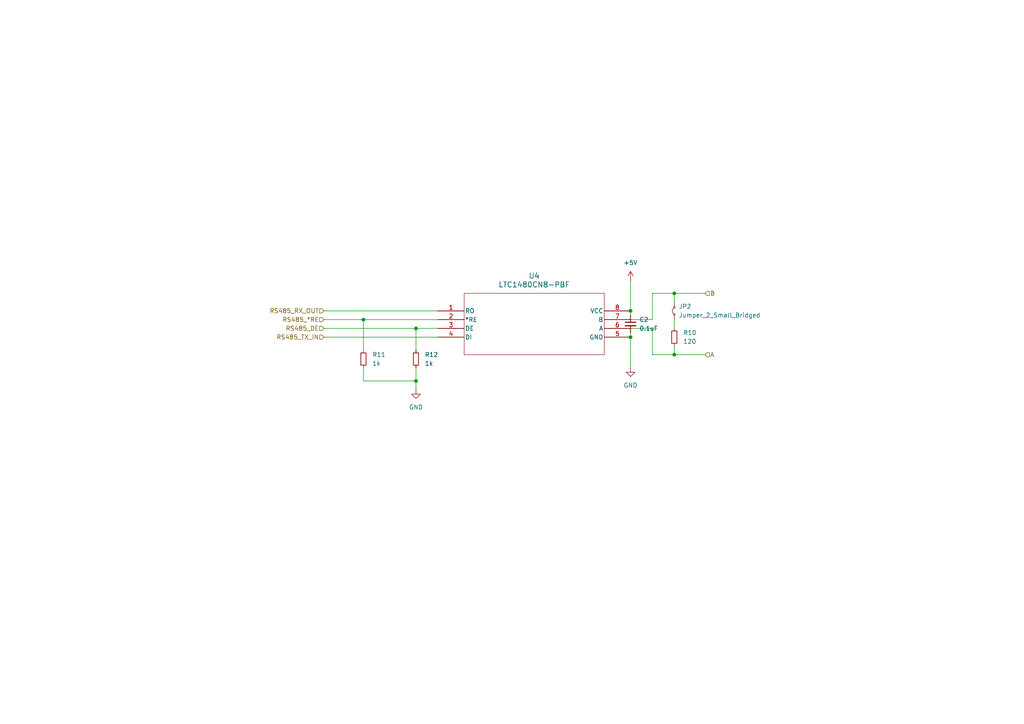
<source format=kicad_sch>
(kicad_sch (version 20231120) (generator "eeschema") (generator_version "8.0")
  (paper "A4")
  (lib_symbols
    (symbol "0000:LTC1480CN8-PBF" (pin_names (offset 0.254))
      (property "Reference" "U" (at 27.94 10.16 0))
      (property "Value" "LTC1480CN8-PBF" (at 27.94 7.62 0))
      (symbol "LTC1480CN8-PBF_0_1"
        (polyline (pts (xy 7.62 -12.7) (xy 48.26 -12.7)) (stroke (width 0.127)))
        (polyline (pts (xy 7.62 5.08) (xy 7.62 -12.7)) (stroke (width 0.127)))
        (polyline (pts (xy 48.26 -12.7) (xy 48.26 5.08)) (stroke (width 0.127)))
        (polyline (pts (xy 48.26 5.08) (xy 7.62 5.08)) (stroke (width 0.127)))
        (pin output line (at 0 0 0) (length 7.62) (name "RO") (number "1"))
        (pin output line (at 0 -2.54 0) (length 7.62) (name "*RE") (number "2"))
        (pin output line (at 0 -5.08 0) (length 7.62) (name "DE") (number "3"))
        (pin input line (at 0 -7.62 0) (length 7.62) (name "DI") (number "4"))
        (pin power_in line (at 55.88 -7.62 180) (length 7.62) (name "GND") (number "5"))
        (pin bidirectional line (at 55.88 -5.08 180) (length 7.62) (name "A") (number "6"))
        (pin bidirectional line (at 55.88 -2.54 180) (length 7.62) (name "B") (number "7"))
        (pin power_in line (at 55.88 0 180) (length 7.62) (name "VCC") (number "8"))
      )
    )
    (symbol "Device:C_Small" (pin_numbers hide) (pin_names (offset 0.254) hide)
      (property "Reference" "C" (at 0.254 1.778 0))
      (property "Value" "C_Small" (at 0.254 -2.032 0))
      (symbol "C_Small_0_1"
        (polyline (pts (xy -1.524 -0.508) (xy 1.524 -0.508)) (stroke (width 0.3302)))
        (polyline (pts (xy -1.524 0.508) (xy 1.524 0.508)) (stroke (width 0.3048)))
      )
      (symbol "C_Small_1_1"
        (pin passive line (at 0 2.54 270) (length 2.032) (name "~") (number "1"))
        (pin passive line (at 0 -2.54 90) (length 2.032) (name "~") (number "2"))
      )
    )
    (symbol "Device:R_Small" (pin_numbers hide) (pin_names (offset 0.254) hide)
      (property "Reference" "R" (at 0.762 0.508 0))
      (property "Value" "R_Small" (at 0.762 -1.016 0))
      (symbol "R_Small_0_1"
        (rectangle (start -0.762 1.778) (end 0.762 -1.778) (stroke (width 0.2032)))
      )
      (symbol "R_Small_1_1"
        (pin passive line (at 0 2.54 270) (length 0.762) (name "~") (number "1"))
        (pin passive line (at 0 -2.54 90) (length 0.762) (name "~") (number "2"))
      )
    )
    (symbol "Jumper:Jumper_2_Small_Bridged" (pin_numbers hide) (pin_names (offset 0) hide) (exclude_from_sim yes)
      (property "Reference" "JP" (at 0 2.032 0))
      (property "Value" "Jumper_2_Small_Bridged" (at 0 -2.286 0))
      (symbol "Jumper_2_Small_Bridged_0_0"
        (circle (center -1.016 0) (radius 0.254))
        (circle (center 1.016 0) (radius 0.254))
      )
      (symbol "Jumper_2_Small_Bridged_0_1"
        (arc (start 0.762 0.254) (mid 0 0.5696) (end -0.762 0.254))
      )
      (symbol "Jumper_2_Small_Bridged_1_1"
        (pin passive line (at -2.54 0 0) (length 1.27) (name "A") (number "1"))
        (pin passive line (at 2.54 0 180) (length 1.27) (name "B") (number "2"))
      )
    )
    (symbol "power:+3.3V" (power) (pin_numbers hide) (pin_names (offset 0) hide)
      (property "Value" "+3.3V" (at 0 3.556 0))
      (symbol "+3.3V_0_1"
        (polyline (pts (xy -0.762 1.27) (xy 0 2.54)))
        (polyline (pts (xy 0 0) (xy 0 2.54)))
        (polyline (pts (xy 0 2.54) (xy 0.762 1.27)))
      )
      (symbol "+3.3V_1_1"
        (pin power_in line (at 0 0 90) (length 0) (name "~") (number "1"))
      )
    )
    (symbol "power:GND" (power) (pin_numbers hide) (pin_names (offset 0) hide)
      (property "Value" "GND" (at 0 -3.81 0))
      (symbol "GND_0_1"
        (polyline (pts (xy 0 0) (xy 0 -1.27) (xy 1.27 -1.27) (xy 0 -2.54) (xy -1.27 -1.27) (xy 0 -1.27)))
      )
      (symbol "GND_1_1"
        (pin power_in line (at 0 0 270) (length 0) (name "~") (number "1"))
      )
    )
  )
  (junction (at 182.88 97.79))
  (junction (at 195.58 85.09))
  (junction (at 105.41 92.71))
  (junction (at 182.88 90.17))
  (junction (at 120.65 95.25))
  (junction (at 195.58 102.87))
  (junction (at 120.65 110.49))
  (wire (pts (xy 93.98 92.71) (xy 105.41 92.71)))
  (wire (pts (xy 182.88 96.52) (xy 182.88 97.79)))
  (wire (pts (xy 195.58 100.33) (xy 195.58 102.87)))
  (wire (pts (xy 120.65 95.25) (xy 120.65 101.6)))
  (wire (pts (xy 189.23 85.09) (xy 189.23 92.71)))
  (wire (pts (xy 182.88 90.17) (xy 182.88 91.44)))
  (wire (pts (xy 120.65 110.49) (xy 120.65 113.03)))
  (wire (pts (xy 189.23 95.25) (xy 182.88 95.25)))
  (wire (pts (xy 195.58 102.87) (xy 189.23 102.87)))
  (wire (pts (xy 189.23 92.71) (xy 182.88 92.71)))
  (wire (pts (xy 120.65 95.25) (xy 127 95.25)))
  (wire (pts (xy 195.58 92.71) (xy 195.58 95.25)))
  (wire (pts (xy 182.88 106.68) (xy 182.88 97.79)))
  (wire (pts (xy 189.23 102.87) (xy 189.23 95.25)))
  (wire (pts (xy 93.98 95.25) (xy 120.65 95.25)))
  (wire (pts (xy 105.41 101.6) (xy 105.41 92.71)))
  (wire (pts (xy 182.88 81.28) (xy 182.88 90.17)))
  (wire (pts (xy 105.41 92.71) (xy 127 92.71)))
  (wire (pts (xy 105.41 106.68) (xy 105.41 110.49)))
  (wire (pts (xy 204.47 102.87) (xy 195.58 102.87)))
  (wire (pts (xy 195.58 85.09) (xy 204.47 85.09)))
  (wire (pts (xy 93.98 90.17) (xy 127 90.17)))
  (wire (pts (xy 93.98 97.79) (xy 127 97.79)))
  (wire (pts (xy 195.58 85.09) (xy 195.58 87.63)))
  (wire (pts (xy 105.41 110.49) (xy 120.65 110.49)))
  (wire (pts (xy 189.23 85.09) (xy 195.58 85.09)))
  (wire (pts (xy 120.65 106.68) (xy 120.65 110.49)))
  (hierarchical_label "A" (shape input) (at 204.47 102.87 0))
  (hierarchical_label "RS485_DE" (shape input) (at 93.98 95.25 180))
  (hierarchical_label "RS485_RX_OUT" (shape input) (at 93.98 90.17 180))
  (hierarchical_label "B" (shape input) (at 204.47 85.09 0))
  (hierarchical_label "RS485_TX_IN" (shape input) (at 93.98 97.79 180))
  (hierarchical_label "RS485_*RE" (shape input) (at 93.98 92.71 180))
  (symbol (lib_id "power:GND") (at 120.65 113.03 0) (unit 1)
    (property "Reference" "#PWR041" (effects (hide yes)))
    (property "Value" "GND" (at 120.65 118.11 0))
    (property "Description" "Power symbol creates a global label with name \"GND\" , ground" (effects (hide yes)))
  )
  (symbol (lib_id "power:GND") (at 182.88 106.68 0) (unit 1)
    (property "Reference" "#PWR039" (effects (hide yes)))
    (property "Value" "GND" (at 182.88 111.76 0))
    (property "Description" "Power symbol creates a global label with name \"GND\" , ground" (effects (hide yes)))
  )
  (symbol (lib_id "0000:LTC1480CN8-PBF") (at 127 90.17 0) (unit 1)
    (property "Reference" "U4" (at 154.94 80.01 0) (effects (font (size 1.524 1.524))))
    (property "Value" "LTC1480CN8-PBF" (at 154.94 82.55 0) (effects (font (size 1.524 1.524))))
    (property "Footprint" "000b:PDIP-8_N_LIT" (effects (hide yes)))
    (property "Datasheet" "LTC1480CN8-PBF" (effects (hide yes)))
  )
  (symbol (lib_id "Device:C_Small") (at 182.88 93.98 0) (unit 1)
    (property "Reference" "C2" (at 185.42 92.7162 0) (effects (justify left)))
    (property "Value" "0.1uF" (at 185.42 95.2562 0) (effects (justify left)))
    (property "Footprint" "Capacitor_SMD:C_0402_1005Metric" (effects (hide yes)))
    (property "Description" "Unpolarized capacitor, small symbol" (effects (hide yes)))
  )
  (symbol (lib_id "Jumper:Jumper_2_Small_Bridged") (at 195.58 90.17 90) (unit 1) (exclude_from_sim yes)
    (property "Reference" "JP2" (at 196.85 88.8999 90) (effects (justify right)))
    (property "Value" "Jumper_2_Small_Bridged" (at 196.85 91.4399 90) (effects (justify right)))
    (property "Footprint" "Connector_JST:JST_XH_B2B-XH-A_1x02_P2.50mm_Vertical" (effects (hide yes)))
    (property "Description" "Jumper, 2-pole, small symbol, bridged" (effects (hide yes)))
  )
  (symbol (lib_id "power:+3.3V") (at 182.88 81.28 0) (unit 1)
    (property "Reference" "#PWR04" (effects (hide yes)))
    (property "Value" "+5V" (at 182.88 76.2 0))
    (property "Description" "Power symbol creates a global label with name \"+3.3V\"" (effects (hide yes)))
  )
  (symbol (lib_id "Device:R_Small") (at 105.41 104.14 0) (unit 1)
    (property "Reference" "R11" (at 107.95 102.8699 0) (effects (justify left)))
    (property "Value" "1k" (at 107.95 105.4099 0) (effects (justify left)))
    (property "Footprint" "Resistor_THT:R_Axial_DIN0207_L6.3mm_D2.5mm_P7.62mm_Horizontal" (effects (hide yes)))
    (property "Description" "Resistor, small symbol" (effects (hide yes)))
  )
  (symbol (lib_id "Device:R_Small") (at 120.65 104.14 0) (unit 1)
    (property "Reference" "R12" (at 123.19 102.8699 0) (effects (justify left)))
    (property "Value" "1k" (at 123.19 105.4099 0) (effects (justify left)))
    (property "Footprint" "Resistor_THT:R_Axial_DIN0207_L6.3mm_D2.5mm_P7.62mm_Horizontal" (effects (hide yes)))
    (property "Description" "Resistor, small symbol" (effects (hide yes)))
  )
  (symbol (lib_id "Device:R_Small") (at 195.58 97.79 0) (unit 1)
    (property "Reference" "R10" (at 198.12 96.5199 0) (effects (justify left)))
    (property "Value" "120" (at 198.12 99.0599 0) (effects (justify left)))
    (property "Footprint" "Resistor_THT:R_Axial_DIN0207_L6.3mm_D2.5mm_P7.62mm_Horizontal" (effects (hide yes)))
    (property "Description" "Resistor, small symbol" (effects (hide yes)))
  )
)
</source>
